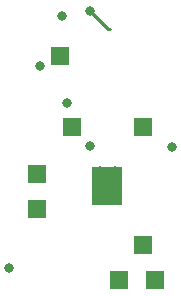
<source format=gbr>
%TF.GenerationSoftware,KiCad,Pcbnew,9.0.2*%
%TF.CreationDate,2025-07-27T18:34:45+02:00*%
%TF.ProjectId,ldomotordriver,6c646f6d-6f74-46f7-9264-72697665722e,rev?*%
%TF.SameCoordinates,Original*%
%TF.FileFunction,Copper,L2,Bot*%
%TF.FilePolarity,Positive*%
%FSLAX46Y46*%
G04 Gerber Fmt 4.6, Leading zero omitted, Abs format (unit mm)*
G04 Created by KiCad (PCBNEW 9.0.2) date 2025-07-27 18:34:45*
%MOMM*%
%LPD*%
G01*
G04 APERTURE LIST*
%TA.AperFunction,ComponentPad*%
%ADD10R,1.500000X1.500000*%
%TD*%
%TA.AperFunction,ComponentPad*%
%ADD11C,0.630000*%
%TD*%
%TA.AperFunction,SMDPad,CuDef*%
%ADD12R,2.600000X3.300000*%
%TD*%
%TA.AperFunction,ViaPad*%
%ADD13C,0.800000*%
%TD*%
%TA.AperFunction,Conductor*%
%ADD14C,0.250000*%
%TD*%
G04 APERTURE END LIST*
D10*
%TO.P,TP4,1,1*%
%TO.N,GND*%
X89000000Y-50000000D03*
%TD*%
%TO.P,TP2,1,1*%
%TO.N,Net-(DB1-AC-Pad3)*%
X93000000Y-63000000D03*
%TD*%
%TO.P,TP6,1,1*%
%TO.N,Net-(U2-IN2)*%
X86000000Y-54000000D03*
%TD*%
%TO.P,TP7,1,1*%
%TO.N,Net-(U2-OUT1)*%
X95000000Y-60000000D03*
%TD*%
%TO.P,TP8,1,1*%
%TO.N,Net-(U2-OUT2)*%
X95000000Y-50000000D03*
%TD*%
%TO.P,TP3,1,1*%
%TO.N,Net-(U1-VO)*%
X88000000Y-44000000D03*
%TD*%
%TO.P,TP5,1,1*%
%TO.N,Net-(U2-IN1)*%
X86000000Y-57000000D03*
%TD*%
%TO.P,TP1,1,1*%
%TO.N,Net-(DB1-AC-Pad4)*%
X96000000Y-63000000D03*
%TD*%
D11*
%TO.P,U2,9,GND*%
%TO.N,GND*%
X91350000Y-53700000D03*
X91350000Y-55000000D03*
X91350000Y-56300000D03*
D12*
X92000000Y-55000000D03*
D11*
X92650000Y-53700000D03*
X92650000Y-55000000D03*
X92650000Y-56300000D03*
%TD*%
D13*
%TO.N,GND*%
X97482500Y-51737500D03*
X90500000Y-51650000D03*
X90500300Y-40229300D03*
X88165900Y-40599700D03*
X88540900Y-47980500D03*
X83675000Y-62000000D03*
X86295000Y-44844200D03*
%TD*%
D14*
%TO.N,GND*%
X92212500Y-41775000D02*
X92046000Y-41775000D01*
X92046000Y-41775000D02*
X90500300Y-40229300D01*
%TD*%
M02*

</source>
